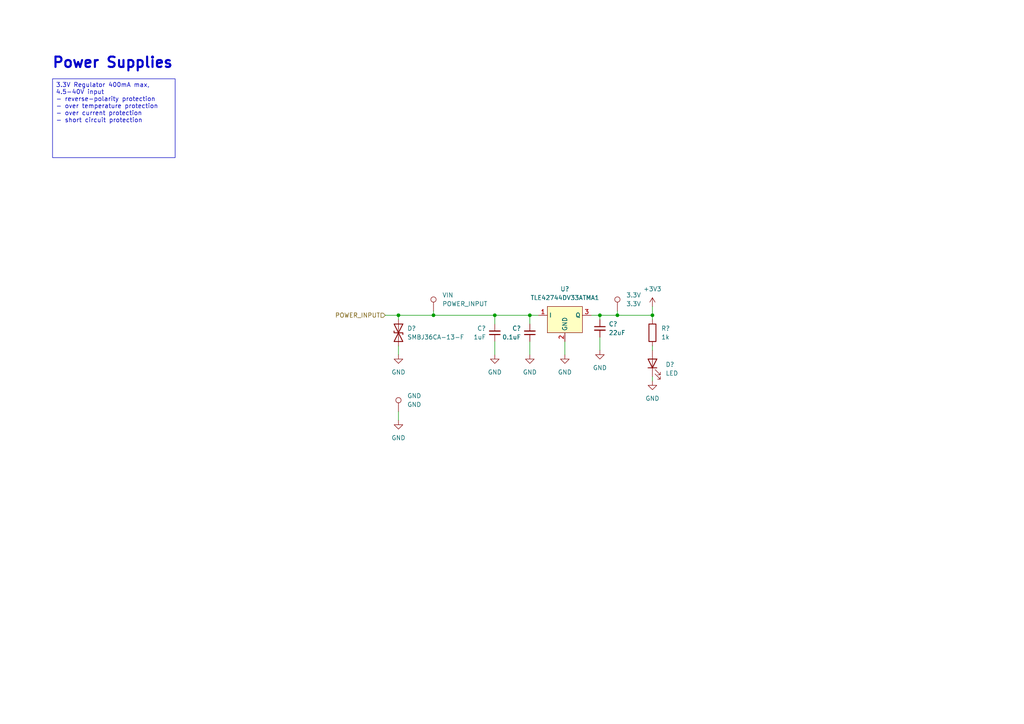
<source format=kicad_sch>
(kicad_sch (version 20250114) (generator "eeschema") (generator_version "9.0")
  (paper "A4")
  (lib_symbols
    (symbol "Connector:TestPoint" (pin_numbers (hide yes)) (pin_names (offset 0.762) (hide yes))
      (property "Reference" "TP" (at 0 6.858 0))
      (property "Value" "TestPoint" (at 0 5.08 0))
      (symbol "TestPoint_0_1"
        (circle (center 0 3.302) (radius 0.762))
      )
      (symbol "TestPoint_1_1"
        (pin passive line (at 0 0 90) (length 2.54) (name "1") (number "1"))
      )
    )
    (symbol "Device:C_Small" (pin_numbers (hide yes)) (pin_names (offset 0.254) (hide yes))
      (property "Reference" "C" (at 0.254 1.778 0))
      (property "Value" "C_Small" (at 0.254 -2.032 0))
      (symbol "C_Small_0_1"
        (polyline (pts (xy -1.524 0.508) (xy 1.524 0.508)) (stroke (width 0.3048)))
        (polyline (pts (xy -1.524 -0.508) (xy 1.524 -0.508)) (stroke (width 0.3302)))
      )
      (symbol "C_Small_1_1"
        (pin passive line (at 0 2.54 270) (length 2.032) (name "~") (number "1"))
        (pin passive line (at 0 -2.54 90) (length 2.032) (name "~") (number "2"))
      )
    )
    (symbol "Device:D_TVS" (pin_numbers (hide yes)) (pin_names (offset 1.016) (hide yes))
      (property "Reference" "D" (at 0 2.54 0))
      (property "Value" "D_TVS" (at 0 -2.54 0))
      (symbol "D_TVS_0_1"
        (polyline (pts (xy -2.54 1.27) (xy -2.54 -1.27) (xy 2.54 1.27) (xy 2.54 -1.27) (xy -2.54 1.27)) (stroke (width 0.254)))
        (polyline (pts (xy 0.508 1.27) (xy 0 1.27) (xy 0 -1.27) (xy -0.508 -1.27)) (stroke (width 0.254)))
        (polyline (pts (xy 1.27 0) (xy -1.27 0)))
      )
      (symbol "D_TVS_1_1"
        (pin passive line (at -3.81 0 0) (length 2.54) (name "A1") (number "1"))
        (pin passive line (at 3.81 0 180) (length 2.54) (name "A2") (number "2"))
      )
    )
    (symbol "Device:LED" (pin_numbers (hide yes)) (pin_names (offset 1.016) (hide yes))
      (property "Reference" "D" (at 0 2.54 0))
      (property "Value" "LED" (at 0 -2.54 0))
      (symbol "LED_0_1"
        (polyline (pts (xy -3.048 -0.762) (xy -4.572 -2.286) (xy -3.81 -2.286) (xy -4.572 -2.286) (xy -4.572 -1.524)))
        (polyline (pts (xy -1.778 -0.762) (xy -3.302 -2.286) (xy -2.54 -2.286) (xy -3.302 -2.286) (xy -3.302 -1.524)))
        (polyline (pts (xy -1.27 0) (xy 1.27 0)))
        (polyline (pts (xy -1.27 -1.27) (xy -1.27 1.27)) (stroke (width 0.254)))
        (polyline (pts (xy 1.27 -1.27) (xy 1.27 1.27) (xy -1.27 0) (xy 1.27 -1.27)) (stroke (width 0.254)))
      )
      (symbol "LED_1_1"
        (pin passive line (at -3.81 0 0) (length 2.54) (name "K") (number "1"))
        (pin passive line (at 3.81 0 180) (length 2.54) (name "A") (number "2"))
      )
    )
    (symbol "Device:R" (pin_numbers (hide yes)) (pin_names (offset 0))
      (property "Reference" "R" (at 2.032 0 90))
      (property "Value" "R" (at 0 0 90))
      (symbol "R_0_1"
        (rectangle (start -1.016 -2.54) (end 1.016 2.54) (stroke (width 0.254)))
      )
      (symbol "R_1_1"
        (pin passive line (at 0 3.81 270) (length 1.27) (name "~") (number "1"))
        (pin passive line (at 0 -3.81 90) (length 1.27) (name "~") (number "2"))
      )
    )
    (symbol "canbus_tire_temp_sensor:TLE42744DV33ATMA1"
      (property "Reference" "U" (at 3.81 -5.08 0))
      (property "Value" "TLE42744DV33ATMA1" (at 0 5.08 0))
      (symbol "TLE42744DV33ATMA1_0_0"
        (pin power_out line (at -7.62 1.27 0) (length 2.54) (name "I") (number "1"))
        (pin power_out line (at 0 -6.35 90) (length 2.54) (name "GND") (number "2"))
        (pin power_out line (at 7.62 1.27 180) (length 2.54) (name "Q") (number "3"))
      )
      (symbol "TLE42744DV33ATMA1_0_1"
        (rectangle (start -5.08 3.81) (end 5.08 -3.81) (fill (type background)))
      )
    )
    (symbol "power:+3.3V" (power) (pin_names (offset 0))
      (property "Value" "+3.3V" (at 0 3.556 0))
      (symbol "+3.3V_0_1"
        (polyline (pts (xy -0.762 1.27) (xy 0 2.54)))
        (polyline (pts (xy 0 2.54) (xy 0.762 1.27)))
        (polyline (pts (xy 0 0) (xy 0 2.54)))
      )
      (symbol "+3.3V_1_1"
        (pin power_in line (at 0 0 90) (length 0) (hide yes) (name "+3V3") (number "1"))
      )
    )
    (symbol "power:GND" (power) (pin_names (offset 0))
      (property "Value" "GND" (at 0 -3.81 0))
      (symbol "GND_0_1"
        (polyline (pts (xy 0 0) (xy 0 -1.27) (xy 1.27 -1.27) (xy 0 -2.54) (xy -1.27 -1.27) (xy 0 -1.27)))
      )
      (symbol "GND_1_1"
        (pin power_in line (at 0 0 270) (length 0) (hide yes) (name "GND") (number "1"))
      )
    )
  )
  (text "Power Supplies" (at 14.986 20.066 0) (effects (font (size 3 3) (thickness 0.6) (bold yes)) (justify left bottom)))
  (text_box "3.3V Regulator 400mA max, 4.5-40V input\n- reverse-polarity protection\n- over temperature protection\n- over current protection\n- short circuit protection" (at 15.24 22.86 0) (size 35.56 22.86) (margins 0.9525 0.9525 0.9525 0.9525) (effects (font (size 1.27 1.27)) (justify left top)))
  (junction (at 115.57 91.44))
  (junction (at 153.67 91.44))
  (junction (at 179.07 91.44))
  (junction (at 173.99 91.44))
  (junction (at 189.23 91.44))
  (junction (at 125.73 91.44))
  (junction (at 143.51 91.44))
  (wire (pts (xy 179.07 90.17) (xy 179.07 91.44)))
  (wire (pts (xy 115.57 91.44) (xy 115.57 92.71)))
  (wire (pts (xy 143.51 93.98) (xy 143.51 91.44)))
  (wire (pts (xy 115.57 91.44) (xy 125.73 91.44)))
  (wire (pts (xy 173.99 92.71) (xy 173.99 91.44)))
  (wire (pts (xy 189.23 109.22) (xy 189.23 110.49)))
  (wire (pts (xy 111.76 91.44) (xy 115.57 91.44)))
  (wire (pts (xy 189.23 91.44) (xy 189.23 92.71)))
  (wire (pts (xy 173.99 91.44) (xy 171.45 91.44)))
  (wire (pts (xy 189.23 88.9) (xy 189.23 91.44)))
  (wire (pts (xy 125.73 90.17) (xy 125.73 91.44)))
  (wire (pts (xy 115.57 119.38) (xy 115.57 121.92)))
  (wire (pts (xy 125.73 91.44) (xy 143.51 91.44)))
  (wire (pts (xy 153.67 93.98) (xy 153.67 91.44)))
  (wire (pts (xy 143.51 91.44) (xy 153.67 91.44)))
  (wire (pts (xy 163.83 99.06) (xy 163.83 102.87)))
  (wire (pts (xy 153.67 91.44) (xy 156.21 91.44)))
  (wire (pts (xy 115.57 100.33) (xy 115.57 102.87)))
  (wire (pts (xy 173.99 97.79) (xy 173.99 101.6)))
  (wire (pts (xy 173.99 91.44) (xy 179.07 91.44)))
  (wire (pts (xy 179.07 91.44) (xy 189.23 91.44)))
  (wire (pts (xy 189.23 100.33) (xy 189.23 101.6)))
  (wire (pts (xy 153.67 99.06) (xy 153.67 102.87)))
  (wire (pts (xy 143.51 99.06) (xy 143.51 102.87)))
  (hierarchical_label "POWER_INPUT" (shape input) (at 111.76 91.44 180))
  (symbol (lib_id "power:GND") (at 153.67 102.87 0) (unit 1)
    (property "Reference" "#PWR?" (effects (hide yes)))
    (property "Value" "GND" (at 153.67 107.95 0))
  )
  (symbol (lib_id "Device:R") (at 189.23 96.52 0) (unit 1)
    (property "Reference" "R?" (at 191.77 95.2499 0) (effects (justify left)))
    (property "Value" "1k" (at 191.77 97.7899 0) (effects (justify left)))
    (property "Footprint" "Resistor_SMD:R_0603_1608Metric" (effects (hide yes)))
  )
  (symbol (lib_id "Device:C_Small") (at 153.67 96.52 0) (mirror x) (unit 1)
    (property "Reference" "C?" (at 151.13 95.2435 0) (effects (justify right)))
    (property "Value" "0.1uF" (at 151.13 97.79 0) (effects (justify right)))
    (property "Footprint" "Capacitor_SMD:C_0603_1608Metric" (effects (hide yes)))
  )
  (symbol (lib_id "power:+3.3V") (at 189.23 88.9 0) (unit 1)
    (property "Reference" "#PWR?" (effects (hide yes)))
    (property "Value" "+3V3" (at 189.23 83.82 0))
  )
  (symbol (lib_id "power:GND") (at 163.83 102.87 0) (unit 1)
    (property "Reference" "#PWR?" (effects (hide yes)))
    (property "Value" "GND" (at 163.83 107.95 0))
  )
  (symbol (lib_id "power:GND") (at 115.57 121.92 0) (unit 1)
    (property "Reference" "#PWR?" (effects (hide yes)))
    (property "Value" "GND" (at 115.57 127 0))
  )
  (symbol (lib_id "power:GND") (at 173.99 101.6 0) (unit 1)
    (property "Reference" "#PWR?" (effects (hide yes)))
    (property "Value" "GND" (at 173.99 106.68 0))
  )
  (symbol (lib_id "power:GND") (at 189.23 110.49 0) (unit 1)
    (property "Reference" "#PWR?" (effects (hide yes)))
    (property "Value" "GND" (at 189.23 115.57 0))
  )
  (symbol (lib_id "Device:D_TVS") (at 115.57 96.52 270) (unit 1)
    (property "Reference" "D?" (at 118.11 95.2499 90) (effects (justify left)))
    (property "Value" "SMBJ36CA-13-F" (at 118.11 97.7899 90) (effects (justify left)))
    (property "Footprint" "Diode_SMD:D_SMB" (effects (hide yes)))
  )
  (symbol (lib_id "power:GND") (at 115.57 102.87 0) (unit 1)
    (property "Reference" "#PWR?" (effects (hide yes)))
    (property "Value" "GND" (at 115.57 107.95 0))
  )
  (symbol (lib_id "Device:C_Small") (at 143.51 96.52 0) (mirror x) (unit 1)
    (property "Reference" "C?" (at 140.97 95.2435 0) (effects (justify right)))
    (property "Value" "1uF" (at 140.97 97.7835 0) (effects (justify right)))
    (property "Footprint" "Capacitor_SMD:C_0603_1608Metric" (effects (hide yes)))
  )
  (symbol (lib_id "Device:LED") (at 189.23 105.41 90) (unit 1)
    (property "Reference" "D?" (at 193.04 105.7274 90) (effects (justify right)))
    (property "Value" "LED" (at 193.04 108.2674 90) (effects (justify right)))
    (property "Footprint" "LED_SMD:LED_0603_1608Metric" (effects (hide yes)))
  )
  (symbol (lib_id "Device:C_Small") (at 173.99 95.25 0) (mirror y) (unit 1)
    (property "Reference" "C?" (at 176.53 93.9862 0) (effects (justify right)))
    (property "Value" "22uF" (at 176.53 96.5262 0) (effects (justify right)))
    (property "Footprint" "Capacitor_SMD:C_0805_2012Metric" (effects (hide yes)))
  )
  (symbol (lib_id "power:GND") (at 143.51 102.87 0) (unit 1)
    (property "Reference" "#PWR?" (effects (hide yes)))
    (property "Value" "GND" (at 143.51 107.95 0))
  )
  (symbol (lib_id "Connector:TestPoint") (at 179.07 90.17 0) (unit 1)
    (property "Reference" "3.3V" (at 181.61 85.5979 0) (effects (justify left)))
    (property "Value" "3.3V" (at 181.61 88.1379 0) (effects (justify left)))
    (property "Footprint" "TestPoint:TestPoint_Pad_D2.0mm" (effects (hide yes)))
  )
  (symbol (lib_id "canbus_tire_temp_sensor:TLE42744DV33ATMA1") (at 163.83 92.71 0) (unit 1)
    (property "Reference" "U?" (at 163.83 83.82 0))
    (property "Value" "TLE42744DV33ATMA1" (at 163.83 86.36 0))
    (property "Footprint" "Package_TO_SOT_SMD:TO-252-3_TabPin2" (effects (hide yes)))
  )
  (symbol (lib_id "Connector:TestPoint") (at 115.57 119.38 0) (unit 1)
    (property "Reference" "GND" (at 118.11 114.8079 0) (effects (justify left)))
    (property "Value" "GND" (at 118.11 117.3479 0) (effects (justify left)))
    (property "Footprint" "TestPoint:TestPoint_Pad_D2.0mm" (effects (hide yes)))
  )
  (symbol (lib_id "Connector:TestPoint") (at 125.73 90.17 0) (unit 1)
    (property "Reference" "VIN" (at 128.27 85.5979 0) (effects (justify left)))
    (property "Value" "POWER_INPUT" (at 128.27 88.1379 0) (effects (justify left)))
    (property "Footprint" "TestPoint:TestPoint_Pad_D2.0mm" (effects (hide yes)))
  )
)
</source>
